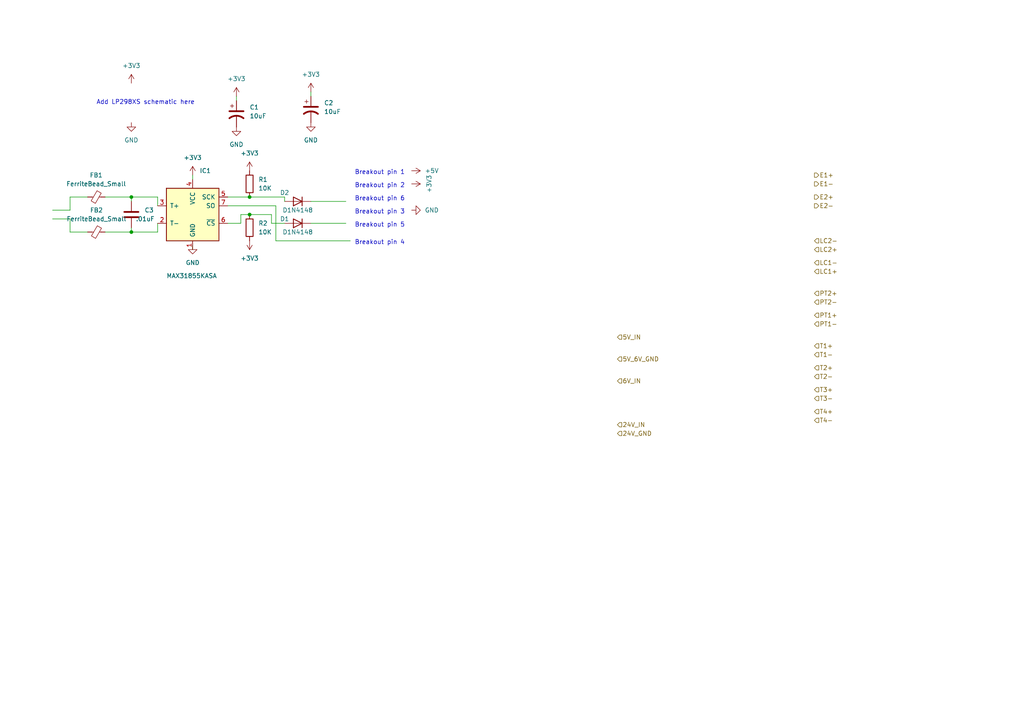
<source format=kicad_sch>
(kicad_sch (version 20211123) (generator eeschema)

  (uuid 5c907ee1-e15e-4496-aa6b-d033c9b49917)

  (paper "A4")

  (title_block
    (title "Data Acquisition Board Sensors Heirarchical Sheet")
    (date "2022-09-06")
    (rev "1.0")
  )

  (lib_symbols
    (symbol "Device:C" (pin_numbers hide) (pin_names (offset 0.254)) (in_bom yes) (on_board yes)
      (property "Reference" "C" (id 0) (at 0.635 2.54 0)
        (effects (font (size 1.27 1.27)) (justify left))
      )
      (property "Value" "C" (id 1) (at 0.635 -2.54 0)
        (effects (font (size 1.27 1.27)) (justify left))
      )
      (property "Footprint" "" (id 2) (at 0.9652 -3.81 0)
        (effects (font (size 1.27 1.27)) hide)
      )
      (property "Datasheet" "~" (id 3) (at 0 0 0)
        (effects (font (size 1.27 1.27)) hide)
      )
      (property "ki_keywords" "cap capacitor" (id 4) (at 0 0 0)
        (effects (font (size 1.27 1.27)) hide)
      )
      (property "ki_description" "Unpolarized capacitor" (id 5) (at 0 0 0)
        (effects (font (size 1.27 1.27)) hide)
      )
      (property "ki_fp_filters" "C_*" (id 6) (at 0 0 0)
        (effects (font (size 1.27 1.27)) hide)
      )
      (symbol "C_0_1"
        (polyline
          (pts
            (xy -2.032 -0.762)
            (xy 2.032 -0.762)
          )
          (stroke (width 0.508) (type default) (color 0 0 0 0))
          (fill (type none))
        )
        (polyline
          (pts
            (xy -2.032 0.762)
            (xy 2.032 0.762)
          )
          (stroke (width 0.508) (type default) (color 0 0 0 0))
          (fill (type none))
        )
      )
      (symbol "C_1_1"
        (pin passive line (at 0 3.81 270) (length 2.794)
          (name "~" (effects (font (size 1.27 1.27))))
          (number "1" (effects (font (size 1.27 1.27))))
        )
        (pin passive line (at 0 -3.81 90) (length 2.794)
          (name "~" (effects (font (size 1.27 1.27))))
          (number "2" (effects (font (size 1.27 1.27))))
        )
      )
    )
    (symbol "Device:C_Polarized_US" (pin_numbers hide) (pin_names (offset 0.254) hide) (in_bom yes) (on_board yes)
      (property "Reference" "C" (id 0) (at 0.635 2.54 0)
        (effects (font (size 1.27 1.27)) (justify left))
      )
      (property "Value" "C_Polarized_US" (id 1) (at 0.635 -2.54 0)
        (effects (font (size 1.27 1.27)) (justify left))
      )
      (property "Footprint" "" (id 2) (at 0 0 0)
        (effects (font (size 1.27 1.27)) hide)
      )
      (property "Datasheet" "~" (id 3) (at 0 0 0)
        (effects (font (size 1.27 1.27)) hide)
      )
      (property "ki_keywords" "cap capacitor" (id 4) (at 0 0 0)
        (effects (font (size 1.27 1.27)) hide)
      )
      (property "ki_description" "Polarized capacitor, US symbol" (id 5) (at 0 0 0)
        (effects (font (size 1.27 1.27)) hide)
      )
      (property "ki_fp_filters" "CP_*" (id 6) (at 0 0 0)
        (effects (font (size 1.27 1.27)) hide)
      )
      (symbol "C_Polarized_US_0_1"
        (polyline
          (pts
            (xy -2.032 0.762)
            (xy 2.032 0.762)
          )
          (stroke (width 0.508) (type default) (color 0 0 0 0))
          (fill (type none))
        )
        (polyline
          (pts
            (xy -1.778 2.286)
            (xy -0.762 2.286)
          )
          (stroke (width 0) (type default) (color 0 0 0 0))
          (fill (type none))
        )
        (polyline
          (pts
            (xy -1.27 1.778)
            (xy -1.27 2.794)
          )
          (stroke (width 0) (type default) (color 0 0 0 0))
          (fill (type none))
        )
        (arc (start 2.032 -1.27) (mid 0 -0.5572) (end -2.032 -1.27)
          (stroke (width 0.508) (type default) (color 0 0 0 0))
          (fill (type none))
        )
      )
      (symbol "C_Polarized_US_1_1"
        (pin passive line (at 0 3.81 270) (length 2.794)
          (name "~" (effects (font (size 1.27 1.27))))
          (number "1" (effects (font (size 1.27 1.27))))
        )
        (pin passive line (at 0 -3.81 90) (length 3.302)
          (name "~" (effects (font (size 1.27 1.27))))
          (number "2" (effects (font (size 1.27 1.27))))
        )
      )
    )
    (symbol "Device:D" (pin_numbers hide) (pin_names (offset 1.016) hide) (in_bom yes) (on_board yes)
      (property "Reference" "D" (id 0) (at 0 2.54 0)
        (effects (font (size 1.27 1.27)))
      )
      (property "Value" "D" (id 1) (at 0 -2.54 0)
        (effects (font (size 1.27 1.27)))
      )
      (property "Footprint" "" (id 2) (at 0 0 0)
        (effects (font (size 1.27 1.27)) hide)
      )
      (property "Datasheet" "~" (id 3) (at 0 0 0)
        (effects (font (size 1.27 1.27)) hide)
      )
      (property "ki_keywords" "diode" (id 4) (at 0 0 0)
        (effects (font (size 1.27 1.27)) hide)
      )
      (property "ki_description" "Diode" (id 5) (at 0 0 0)
        (effects (font (size 1.27 1.27)) hide)
      )
      (property "ki_fp_filters" "TO-???* *_Diode_* *SingleDiode* D_*" (id 6) (at 0 0 0)
        (effects (font (size 1.27 1.27)) hide)
      )
      (symbol "D_0_1"
        (polyline
          (pts
            (xy -1.27 1.27)
            (xy -1.27 -1.27)
          )
          (stroke (width 0.254) (type default) (color 0 0 0 0))
          (fill (type none))
        )
        (polyline
          (pts
            (xy 1.27 0)
            (xy -1.27 0)
          )
          (stroke (width 0) (type default) (color 0 0 0 0))
          (fill (type none))
        )
        (polyline
          (pts
            (xy 1.27 1.27)
            (xy 1.27 -1.27)
            (xy -1.27 0)
            (xy 1.27 1.27)
          )
          (stroke (width 0.254) (type default) (color 0 0 0 0))
          (fill (type none))
        )
      )
      (symbol "D_1_1"
        (pin passive line (at -3.81 0 0) (length 2.54)
          (name "K" (effects (font (size 1.27 1.27))))
          (number "1" (effects (font (size 1.27 1.27))))
        )
        (pin passive line (at 3.81 0 180) (length 2.54)
          (name "A" (effects (font (size 1.27 1.27))))
          (number "2" (effects (font (size 1.27 1.27))))
        )
      )
    )
    (symbol "Device:FerriteBead_Small" (pin_numbers hide) (pin_names (offset 0)) (in_bom yes) (on_board yes)
      (property "Reference" "FB" (id 0) (at 1.905 1.27 0)
        (effects (font (size 1.27 1.27)) (justify left))
      )
      (property "Value" "FerriteBead_Small" (id 1) (at 1.905 -1.27 0)
        (effects (font (size 1.27 1.27)) (justify left))
      )
      (property "Footprint" "" (id 2) (at -1.778 0 90)
        (effects (font (size 1.27 1.27)) hide)
      )
      (property "Datasheet" "~" (id 3) (at 0 0 0)
        (effects (font (size 1.27 1.27)) hide)
      )
      (property "ki_keywords" "L ferrite bead inductor filter" (id 4) (at 0 0 0)
        (effects (font (size 1.27 1.27)) hide)
      )
      (property "ki_description" "Ferrite bead, small symbol" (id 5) (at 0 0 0)
        (effects (font (size 1.27 1.27)) hide)
      )
      (property "ki_fp_filters" "Inductor_* L_* *Ferrite*" (id 6) (at 0 0 0)
        (effects (font (size 1.27 1.27)) hide)
      )
      (symbol "FerriteBead_Small_0_1"
        (polyline
          (pts
            (xy 0 -1.27)
            (xy 0 -0.7874)
          )
          (stroke (width 0) (type default) (color 0 0 0 0))
          (fill (type none))
        )
        (polyline
          (pts
            (xy 0 0.889)
            (xy 0 1.2954)
          )
          (stroke (width 0) (type default) (color 0 0 0 0))
          (fill (type none))
        )
        (polyline
          (pts
            (xy -1.8288 0.2794)
            (xy -1.1176 1.4986)
            (xy 1.8288 -0.2032)
            (xy 1.1176 -1.4224)
            (xy -1.8288 0.2794)
          )
          (stroke (width 0) (type default) (color 0 0 0 0))
          (fill (type none))
        )
      )
      (symbol "FerriteBead_Small_1_1"
        (pin passive line (at 0 2.54 270) (length 1.27)
          (name "~" (effects (font (size 1.27 1.27))))
          (number "1" (effects (font (size 1.27 1.27))))
        )
        (pin passive line (at 0 -2.54 90) (length 1.27)
          (name "~" (effects (font (size 1.27 1.27))))
          (number "2" (effects (font (size 1.27 1.27))))
        )
      )
    )
    (symbol "Device:R" (pin_numbers hide) (pin_names (offset 0)) (in_bom yes) (on_board yes)
      (property "Reference" "R" (id 0) (at 2.032 0 90)
        (effects (font (size 1.27 1.27)))
      )
      (property "Value" "R" (id 1) (at 0 0 90)
        (effects (font (size 1.27 1.27)))
      )
      (property "Footprint" "" (id 2) (at -1.778 0 90)
        (effects (font (size 1.27 1.27)) hide)
      )
      (property "Datasheet" "~" (id 3) (at 0 0 0)
        (effects (font (size 1.27 1.27)) hide)
      )
      (property "ki_keywords" "R res resistor" (id 4) (at 0 0 0)
        (effects (font (size 1.27 1.27)) hide)
      )
      (property "ki_description" "Resistor" (id 5) (at 0 0 0)
        (effects (font (size 1.27 1.27)) hide)
      )
      (property "ki_fp_filters" "R_*" (id 6) (at 0 0 0)
        (effects (font (size 1.27 1.27)) hide)
      )
      (symbol "R_0_1"
        (rectangle (start -1.016 -2.54) (end 1.016 2.54)
          (stroke (width 0.254) (type default) (color 0 0 0 0))
          (fill (type none))
        )
      )
      (symbol "R_1_1"
        (pin passive line (at 0 3.81 270) (length 1.27)
          (name "~" (effects (font (size 1.27 1.27))))
          (number "1" (effects (font (size 1.27 1.27))))
        )
        (pin passive line (at 0 -3.81 90) (length 1.27)
          (name "~" (effects (font (size 1.27 1.27))))
          (number "2" (effects (font (size 1.27 1.27))))
        )
      )
    )
    (symbol "Sensor_Temperature:MAX31855KASA" (pin_names (offset 1.016)) (in_bom yes) (on_board yes)
      (property "Reference" "U" (id 0) (at -7.62 8.89 0)
        (effects (font (size 1.27 1.27)) (justify left))
      )
      (property "Value" "MAX31855KASA" (id 1) (at 1.27 8.89 0)
        (effects (font (size 1.27 1.27)) (justify left))
      )
      (property "Footprint" "Package_SO:SOIC-8_3.9x4.9mm_P1.27mm" (id 2) (at 25.4 -8.89 0)
        (effects (font (size 1.27 1.27) italic) hide)
      )
      (property "Datasheet" "http://datasheets.maximintegrated.com/en/ds/MAX31855.pdf" (id 3) (at 0 0 0)
        (effects (font (size 1.27 1.27)) hide)
      )
      (property "ki_keywords" "Cold Junction Termocouple Interface SPI" (id 4) (at 0 0 0)
        (effects (font (size 1.27 1.27)) hide)
      )
      (property "ki_description" "Cold Junction K-type Termocouple Interface, SPI, SO8" (id 5) (at 0 0 0)
        (effects (font (size 1.27 1.27)) hide)
      )
      (property "ki_fp_filters" "SOIC*3.9x4.9mm*P1.27mm*" (id 6) (at 0 0 0)
        (effects (font (size 1.27 1.27)) hide)
      )
      (symbol "MAX31855KASA_0_1"
        (rectangle (start -7.62 7.62) (end 7.62 -7.62)
          (stroke (width 0.254) (type default) (color 0 0 0 0))
          (fill (type background))
        )
      )
      (symbol "MAX31855KASA_1_1"
        (pin power_in line (at 0 -10.16 90) (length 2.54)
          (name "GND" (effects (font (size 1.27 1.27))))
          (number "1" (effects (font (size 1.27 1.27))))
        )
        (pin passive line (at -10.16 -2.54 0) (length 2.54)
          (name "T-" (effects (font (size 1.27 1.27))))
          (number "2" (effects (font (size 1.27 1.27))))
        )
        (pin passive line (at -10.16 2.54 0) (length 2.54)
          (name "T+" (effects (font (size 1.27 1.27))))
          (number "3" (effects (font (size 1.27 1.27))))
        )
        (pin power_in line (at 0 10.16 270) (length 2.54)
          (name "VCC" (effects (font (size 1.27 1.27))))
          (number "4" (effects (font (size 1.27 1.27))))
        )
        (pin input line (at 10.16 5.08 180) (length 2.54)
          (name "SCK" (effects (font (size 1.27 1.27))))
          (number "5" (effects (font (size 1.27 1.27))))
        )
        (pin input line (at 10.16 -2.54 180) (length 2.54)
          (name "~{CS}" (effects (font (size 1.27 1.27))))
          (number "6" (effects (font (size 1.27 1.27))))
        )
        (pin tri_state line (at 10.16 2.54 180) (length 2.54)
          (name "SO" (effects (font (size 1.27 1.27))))
          (number "7" (effects (font (size 1.27 1.27))))
        )
      )
    )
    (symbol "power:+3V3" (power) (pin_names (offset 0)) (in_bom yes) (on_board yes)
      (property "Reference" "#PWR" (id 0) (at 0 -3.81 0)
        (effects (font (size 1.27 1.27)) hide)
      )
      (property "Value" "+3V3" (id 1) (at 0 3.556 0)
        (effects (font (size 1.27 1.27)))
      )
      (property "Footprint" "" (id 2) (at 0 0 0)
        (effects (font (size 1.27 1.27)) hide)
      )
      (property "Datasheet" "" (id 3) (at 0 0 0)
        (effects (font (size 1.27 1.27)) hide)
      )
      (property "ki_keywords" "power-flag" (id 4) (at 0 0 0)
        (effects (font (size 1.27 1.27)) hide)
      )
      (property "ki_description" "Power symbol creates a global label with name \"+3V3\"" (id 5) (at 0 0 0)
        (effects (font (size 1.27 1.27)) hide)
      )
      (symbol "+3V3_0_1"
        (polyline
          (pts
            (xy -0.762 1.27)
            (xy 0 2.54)
          )
          (stroke (width 0) (type default) (color 0 0 0 0))
          (fill (type none))
        )
        (polyline
          (pts
            (xy 0 0)
            (xy 0 2.54)
          )
          (stroke (width 0) (type default) (color 0 0 0 0))
          (fill (type none))
        )
        (polyline
          (pts
            (xy 0 2.54)
            (xy 0.762 1.27)
          )
          (stroke (width 0) (type default) (color 0 0 0 0))
          (fill (type none))
        )
      )
      (symbol "+3V3_1_1"
        (pin power_in line (at 0 0 90) (length 0) hide
          (name "+3V3" (effects (font (size 1.27 1.27))))
          (number "1" (effects (font (size 1.27 1.27))))
        )
      )
    )
    (symbol "power:+5V" (power) (pin_names (offset 0)) (in_bom yes) (on_board yes)
      (property "Reference" "#PWR" (id 0) (at 0 -3.81 0)
        (effects (font (size 1.27 1.27)) hide)
      )
      (property "Value" "+5V" (id 1) (at 0 3.556 0)
        (effects (font (size 1.27 1.27)))
      )
      (property "Footprint" "" (id 2) (at 0 0 0)
        (effects (font (size 1.27 1.27)) hide)
      )
      (property "Datasheet" "" (id 3) (at 0 0 0)
        (effects (font (size 1.27 1.27)) hide)
      )
      (property "ki_keywords" "power-flag" (id 4) (at 0 0 0)
        (effects (font (size 1.27 1.27)) hide)
      )
      (property "ki_description" "Power symbol creates a global label with name \"+5V\"" (id 5) (at 0 0 0)
        (effects (font (size 1.27 1.27)) hide)
      )
      (symbol "+5V_0_1"
        (polyline
          (pts
            (xy -0.762 1.27)
            (xy 0 2.54)
          )
          (stroke (width 0) (type default) (color 0 0 0 0))
          (fill (type none))
        )
        (polyline
          (pts
            (xy 0 0)
            (xy 0 2.54)
          )
          (stroke (width 0) (type default) (color 0 0 0 0))
          (fill (type none))
        )
        (polyline
          (pts
            (xy 0 2.54)
            (xy 0.762 1.27)
          )
          (stroke (width 0) (type default) (color 0 0 0 0))
          (fill (type none))
        )
      )
      (symbol "+5V_1_1"
        (pin power_in line (at 0 0 90) (length 0) hide
          (name "+5V" (effects (font (size 1.27 1.27))))
          (number "1" (effects (font (size 1.27 1.27))))
        )
      )
    )
    (symbol "power:GND" (power) (pin_names (offset 0)) (in_bom yes) (on_board yes)
      (property "Reference" "#PWR" (id 0) (at 0 -6.35 0)
        (effects (font (size 1.27 1.27)) hide)
      )
      (property "Value" "GND" (id 1) (at 0 -3.81 0)
        (effects (font (size 1.27 1.27)))
      )
      (property "Footprint" "" (id 2) (at 0 0 0)
        (effects (font (size 1.27 1.27)) hide)
      )
      (property "Datasheet" "" (id 3) (at 0 0 0)
        (effects (font (size 1.27 1.27)) hide)
      )
      (property "ki_keywords" "power-flag" (id 4) (at 0 0 0)
        (effects (font (size 1.27 1.27)) hide)
      )
      (property "ki_description" "Power symbol creates a global label with name \"GND\" , ground" (id 5) (at 0 0 0)
        (effects (font (size 1.27 1.27)) hide)
      )
      (symbol "GND_0_1"
        (polyline
          (pts
            (xy 0 0)
            (xy 0 -1.27)
            (xy 1.27 -1.27)
            (xy 0 -2.54)
            (xy -1.27 -1.27)
            (xy 0 -1.27)
          )
          (stroke (width 0) (type default) (color 0 0 0 0))
          (fill (type none))
        )
      )
      (symbol "GND_1_1"
        (pin power_in line (at 0 0 270) (length 0) hide
          (name "GND" (effects (font (size 1.27 1.27))))
          (number "1" (effects (font (size 1.27 1.27))))
        )
      )
    )
  )

  (junction (at 72.39 57.15) (diameter 0) (color 0 0 0 0)
    (uuid 15dc1202-edc9-4d59-877f-d935584fff05)
  )
  (junction (at 38.1 57.15) (diameter 0) (color 0 0 0 0)
    (uuid 2622e4de-dd98-4936-9181-864009146d11)
  )
  (junction (at 72.39 62.23) (diameter 0) (color 0 0 0 0)
    (uuid 68f8437b-70de-4393-9e22-875e9c2aeec9)
  )
  (junction (at 38.1 67.31) (diameter 0) (color 0 0 0 0)
    (uuid 9b4535e9-9b0f-461d-8f50-5bed0ffffbd7)
  )

  (wire (pts (xy 20.32 57.15) (xy 20.32 60.96))
    (stroke (width 0) (type default) (color 0 0 0 0))
    (uuid 05d1e3be-7ef2-4e9b-ba75-b7222c50a22b)
  )
  (wire (pts (xy 20.32 63.5) (xy 20.32 67.31))
    (stroke (width 0) (type default) (color 0 0 0 0))
    (uuid 06e45644-571a-4225-bbd6-c1ad6ecc0549)
  )
  (wire (pts (xy 20.32 67.31) (xy 25.4 67.31))
    (stroke (width 0) (type default) (color 0 0 0 0))
    (uuid 091de11c-f6fc-4bdf-985d-cfe1efc7a6b1)
  )
  (wire (pts (xy 80.01 59.69) (xy 80.01 69.85))
    (stroke (width 0) (type default) (color 0 0 0 0))
    (uuid 0d5b2595-4d2c-462c-944e-7042a324856d)
  )
  (wire (pts (xy 72.39 57.15) (xy 82.55 57.15))
    (stroke (width 0) (type default) (color 0 0 0 0))
    (uuid 0ee2ce67-ccac-4a68-9f1f-4d1950be6254)
  )
  (wire (pts (xy 66.04 64.77) (xy 69.85 64.77))
    (stroke (width 0) (type default) (color 0 0 0 0))
    (uuid 12daf53d-6bf4-467a-b05b-0fa865aa828a)
  )
  (wire (pts (xy 45.72 67.31) (xy 38.1 67.31))
    (stroke (width 0) (type default) (color 0 0 0 0))
    (uuid 14faaee9-7859-4f21-9b4e-39a4f40842d1)
  )
  (wire (pts (xy 15.24 63.5) (xy 20.32 63.5))
    (stroke (width 0) (type default) (color 0 0 0 0))
    (uuid 2605d379-8434-4cd2-ad70-0a87ea983855)
  )
  (wire (pts (xy 45.72 64.77) (xy 45.72 67.31))
    (stroke (width 0) (type default) (color 0 0 0 0))
    (uuid 29f290fe-b44f-4c3e-ad66-bdf85f1186ca)
  )
  (wire (pts (xy 90.17 26.67) (xy 90.17 27.94))
    (stroke (width 0) (type default) (color 0 0 0 0))
    (uuid 2d0f7be3-12c6-4477-bd2a-e187d2c48c2c)
  )
  (wire (pts (xy 38.1 67.31) (xy 38.1 66.04))
    (stroke (width 0) (type default) (color 0 0 0 0))
    (uuid 2e13fcdb-7632-47d2-a82b-c10a1a934c30)
  )
  (wire (pts (xy 55.88 52.07) (xy 55.88 50.8))
    (stroke (width 0) (type default) (color 0 0 0 0))
    (uuid 331eda46-71d8-446d-9f7d-e4965a3ba616)
  )
  (wire (pts (xy 69.85 62.23) (xy 72.39 62.23))
    (stroke (width 0) (type default) (color 0 0 0 0))
    (uuid 3685faa3-240a-40e8-9d8e-03cc5117edfa)
  )
  (wire (pts (xy 82.55 57.15) (xy 82.55 58.42))
    (stroke (width 0) (type default) (color 0 0 0 0))
    (uuid 42539158-f6c6-4fbb-86ea-b83eda50d929)
  )
  (wire (pts (xy 78.74 62.23) (xy 78.74 64.77))
    (stroke (width 0) (type default) (color 0 0 0 0))
    (uuid 65c8d8b8-ef3f-40c5-93cc-eb24202947f7)
  )
  (wire (pts (xy 90.17 58.42) (xy 100.33 58.42))
    (stroke (width 0) (type default) (color 0 0 0 0))
    (uuid 72f9a981-61b1-431e-aa9b-d8fd456f32d6)
  )
  (wire (pts (xy 25.4 57.15) (xy 20.32 57.15))
    (stroke (width 0) (type default) (color 0 0 0 0))
    (uuid 7412891d-4fb2-4edc-b14d-f3ca2281fe49)
  )
  (wire (pts (xy 38.1 58.42) (xy 38.1 57.15))
    (stroke (width 0) (type default) (color 0 0 0 0))
    (uuid 74986353-e709-423e-a98b-fdb4559ff34b)
  )
  (wire (pts (xy 72.39 62.23) (xy 78.74 62.23))
    (stroke (width 0) (type default) (color 0 0 0 0))
    (uuid 82e11ba4-78b7-4a8f-a0bf-6736ad5c8c31)
  )
  (wire (pts (xy 66.04 59.69) (xy 80.01 59.69))
    (stroke (width 0) (type default) (color 0 0 0 0))
    (uuid 8bd79f5e-a946-4559-b364-1a6aee150fc4)
  )
  (wire (pts (xy 30.48 57.15) (xy 38.1 57.15))
    (stroke (width 0) (type default) (color 0 0 0 0))
    (uuid 93576c43-b828-4d33-a903-f95fd6a0636b)
  )
  (wire (pts (xy 66.04 57.15) (xy 72.39 57.15))
    (stroke (width 0) (type default) (color 0 0 0 0))
    (uuid 9879b92e-70db-42fb-95b5-df55d98a92be)
  )
  (wire (pts (xy 68.58 27.94) (xy 68.58 29.21))
    (stroke (width 0) (type default) (color 0 0 0 0))
    (uuid a4b58f53-0508-4efa-a995-47ec4a166f20)
  )
  (wire (pts (xy 45.72 59.69) (xy 45.72 57.15))
    (stroke (width 0) (type default) (color 0 0 0 0))
    (uuid b47d9603-813b-4803-9c72-b2235fd9f472)
  )
  (wire (pts (xy 78.74 64.77) (xy 82.55 64.77))
    (stroke (width 0) (type default) (color 0 0 0 0))
    (uuid c0248d4e-bc5c-486a-93ab-10177212a6f7)
  )
  (wire (pts (xy 30.48 67.31) (xy 38.1 67.31))
    (stroke (width 0) (type default) (color 0 0 0 0))
    (uuid c9a04eb6-7b2d-475c-b485-c33869655798)
  )
  (wire (pts (xy 80.01 69.85) (xy 101.6 69.85))
    (stroke (width 0) (type default) (color 0 0 0 0))
    (uuid cfef6caf-e33c-4588-95ab-cd0766b1c471)
  )
  (wire (pts (xy 38.1 57.15) (xy 45.72 57.15))
    (stroke (width 0) (type default) (color 0 0 0 0))
    (uuid e46113fd-ff80-4a02-9253-71c0cceafd1e)
  )
  (wire (pts (xy 15.24 60.96) (xy 20.32 60.96))
    (stroke (width 0) (type default) (color 0 0 0 0))
    (uuid ed5672f4-b432-4c92-8215-a22f9c455d07)
  )
  (wire (pts (xy 69.85 64.77) (xy 69.85 62.23))
    (stroke (width 0) (type default) (color 0 0 0 0))
    (uuid f2e96bc5-8388-4d8f-ac74-9364275e1830)
  )
  (wire (pts (xy 55.88 72.39) (xy 55.88 71.12))
    (stroke (width 0) (type default) (color 0 0 0 0))
    (uuid f89abeef-3b2a-481b-8e90-b56d59b141eb)
  )
  (wire (pts (xy 90.17 64.77) (xy 100.33 64.77))
    (stroke (width 0) (type default) (color 0 0 0 0))
    (uuid ff96995a-4336-49d2-9126-38c6d468e5e7)
  )

  (text "Breakout pin 5" (at 102.87 66.04 0)
    (effects (font (size 1.27 1.27)) (justify left bottom))
    (uuid 0b6397c9-a180-47e5-bf19-9658975b72da)
  )
  (text "Breakout pin 3\n" (at 102.87 62.23 0)
    (effects (font (size 1.27 1.27)) (justify left bottom))
    (uuid 6f67e4c9-130c-45c0-9606-7502f5576466)
  )
  (text "Add LP298XS schematic here" (at 27.94 30.48 0)
    (effects (font (size 1.27 1.27)) (justify left bottom))
    (uuid 7cd135be-72f1-4143-8199-0d164cf817e7)
  )
  (text "Breakout pin 1" (at 102.87 50.8 0)
    (effects (font (size 1.27 1.27)) (justify left bottom))
    (uuid ae37db2b-d869-4dd9-9dfe-cf2aef74f305)
  )
  (text "Breakout pin 4" (at 102.87 71.12 0)
    (effects (font (size 1.27 1.27)) (justify left bottom))
    (uuid bd555fbd-f3fc-41c9-819e-8f4d6b1fb8f3)
  )
  (text "Breakout pin 2" (at 102.87 54.61 0)
    (effects (font (size 1.27 1.27)) (justify left bottom))
    (uuid c4ed89dc-882b-4eb0-b190-19089add29d5)
  )
  (text "Breakout pin 6\n" (at 102.87 58.42 0)
    (effects (font (size 1.27 1.27)) (justify left bottom))
    (uuid ffd025a4-d3b0-462a-bdfc-3c23181926e6)
  )

  (hierarchical_label "E2+" (shape output) (at 236.22 57.15 0)
    (effects (font (size 1.27 1.27)) (justify left))
    (uuid 0594604f-65c1-4057-8071-284712a8e399)
  )
  (hierarchical_label "PT2+" (shape input) (at 236.22 85.09 0)
    (effects (font (size 1.27 1.27)) (justify left))
    (uuid 0db2ff38-4f29-428f-8593-4ba3c17ce991)
  )
  (hierarchical_label "T4-" (shape input) (at 236.22 121.92 0)
    (effects (font (size 1.27 1.27)) (justify left))
    (uuid 11699282-d493-4172-b1c6-5edca5357b02)
  )
  (hierarchical_label "E2-" (shape output) (at 236.22 59.69 0)
    (effects (font (size 1.27 1.27)) (justify left))
    (uuid 1721bfdd-562c-4b31-ac60-5bda12c85aad)
  )
  (hierarchical_label "LC2+" (shape input) (at 236.22 72.39 0)
    (effects (font (size 1.27 1.27)) (justify left))
    (uuid 19b77635-fbcf-4267-852e-cb221379f948)
  )
  (hierarchical_label "LC1+" (shape input) (at 236.22 78.74 0)
    (effects (font (size 1.27 1.27)) (justify left))
    (uuid 2e02aa2f-8a43-4936-b674-85078ade8b73)
  )
  (hierarchical_label "E1-" (shape output) (at 236.22 53.34 0)
    (effects (font (size 1.27 1.27)) (justify left))
    (uuid 362dc676-ad06-4fad-8b0c-ac5ff507f41e)
  )
  (hierarchical_label "T2-" (shape input) (at 236.22 109.22 0)
    (effects (font (size 1.27 1.27)) (justify left))
    (uuid 37644fd4-8990-4456-963b-f6051d49a703)
  )
  (hierarchical_label "5V_IN" (shape input) (at 179.07 97.79 0)
    (effects (font (size 1.27 1.27)) (justify left))
    (uuid 53ec0794-77f7-4c4a-82fe-4b60a02b5597)
  )
  (hierarchical_label "T2+" (shape input) (at 236.22 106.68 0)
    (effects (font (size 1.27 1.27)) (justify left))
    (uuid 57a83b3f-8799-4514-a2d2-7aa64193790d)
  )
  (hierarchical_label "LC2-" (shape input) (at 236.22 69.85 0)
    (effects (font (size 1.27 1.27)) (justify left))
    (uuid 57c7d032-97e7-43ea-9045-ef6115c41396)
  )
  (hierarchical_label "24V_GND" (shape input) (at 179.07 125.73 0)
    (effects (font (size 1.27 1.27)) (justify left))
    (uuid 6b239742-8072-4d52-9643-7d89eb050769)
  )
  (hierarchical_label "T1-" (shape input) (at 236.22 102.87 0)
    (effects (font (size 1.27 1.27)) (justify left))
    (uuid 705338b2-78cc-4f4f-917b-7a531f6b8f3e)
  )
  (hierarchical_label "PT1-" (shape input) (at 236.22 93.98 0)
    (effects (font (size 1.27 1.27)) (justify left))
    (uuid 72c61078-782f-4539-941f-2aead1475ea3)
  )
  (hierarchical_label "E1+" (shape output) (at 236.22 50.8 0)
    (effects (font (size 1.27 1.27)) (justify left))
    (uuid 7abce7f2-14c2-418d-83a3-53fcb36e682a)
  )
  (hierarchical_label "T1+" (shape input) (at 236.22 100.33 0)
    (effects (font (size 1.27 1.27)) (justify left))
    (uuid 810a9384-73a0-4d83-81da-78f437d8c20d)
  )
  (hierarchical_label "T4+" (shape input) (at 236.22 119.38 0)
    (effects (font (size 1.27 1.27)) (justify left))
    (uuid 81dd373e-fd0d-4176-a2dc-e6c1aa8f9411)
  )
  (hierarchical_label "PT1+" (shape input) (at 236.22 91.44 0)
    (effects (font (size 1.27 1.27)) (justify left))
    (uuid 8aa7cc87-db3b-4d3c-b8d1-184e824bab0b)
  )
  (hierarchical_label "PT2-" (shape input) (at 236.22 87.63 0)
    (effects (font (size 1.27 1.27)) (justify left))
    (uuid 9b741c77-a95c-4f1b-9e0d-9c0bcfef176d)
  )
  (hierarchical_label "T3+" (shape input) (at 236.22 113.03 0)
    (effects (font (size 1.27 1.27)) (justify left))
    (uuid a5c118f8-697d-4a2b-9b53-0b72a9995cae)
  )
  (hierarchical_label "LC1-" (shape input) (at 236.22 76.2 0)
    (effects (font (size 1.27 1.27)) (justify left))
    (uuid aad09216-eedd-459d-9f34-595bc5a1cd5a)
  )
  (hierarchical_label "6V_IN" (shape input) (at 179.07 110.49 0)
    (effects (font (size 1.27 1.27)) (justify left))
    (uuid c0fe9c38-c758-415f-a7bd-f1da62e6a2b7)
  )
  (hierarchical_label "5V_6V_GND" (shape input) (at 179.07 104.14 0)
    (effects (font (size 1.27 1.27)) (justify left))
    (uuid ce64bee4-2c6b-45ac-9acf-8a2f388998e1)
  )
  (hierarchical_label "24V_IN" (shape input) (at 179.07 123.19 0)
    (effects (font (size 1.27 1.27)) (justify left))
    (uuid e0de908b-ada0-4da7-8ba2-488dce4f3a2c)
  )
  (hierarchical_label "T3-" (shape input) (at 236.22 115.57 0)
    (effects (font (size 1.27 1.27)) (justify left))
    (uuid f4d561b8-3c1e-4bd0-ac39-29466eda1196)
  )

  (symbol (lib_id "Device:FerriteBead_Small") (at 27.94 57.15 90) (unit 1)
    (in_bom yes) (on_board yes) (fields_autoplaced)
    (uuid 0c296846-2be2-4db9-ae10-565d693386cb)
    (property "Reference" "FB1" (id 0) (at 27.9019 50.8 90))
    (property "Value" "FerriteBead_Small" (id 1) (at 27.9019 53.34 90))
    (property "Footprint" "" (id 2) (at 27.94 58.928 90)
      (effects (font (size 1.27 1.27)) hide)
    )
    (property "Datasheet" "~" (id 3) (at 27.94 57.15 0)
      (effects (font (size 1.27 1.27)) hide)
    )
    (pin "1" (uuid d9be12dd-5679-4450-a4a1-c77ef508ceb0))
    (pin "2" (uuid 4d71f321-a6c6-4161-96e9-7fdd672735c2))
  )

  (symbol (lib_id "Device:D") (at 86.36 64.77 180) (unit 1)
    (in_bom yes) (on_board yes)
    (uuid 0e7ebff7-bce5-40c3-b0ee-d9227b281fcb)
    (property "Reference" "D1" (id 0) (at 82.55 63.5 0))
    (property "Value" "D1N4148" (id 1) (at 86.36 67.31 0))
    (property "Footprint" "" (id 2) (at 86.36 64.77 0)
      (effects (font (size 1.27 1.27)) hide)
    )
    (property "Datasheet" "~" (id 3) (at 86.36 64.77 0)
      (effects (font (size 1.27 1.27)) hide)
    )
    (pin "1" (uuid 37dda9d6-99e5-4e88-a475-8eafaf7a2442))
    (pin "2" (uuid 060bba88-59a2-4327-99b3-f85b6e6ba095))
  )

  (symbol (lib_id "power:GND") (at 68.58 36.83 0) (unit 1)
    (in_bom yes) (on_board yes) (fields_autoplaced)
    (uuid 1428cca3-9d68-4f64-862f-bef041b7f0ca)
    (property "Reference" "#PWR?" (id 0) (at 68.58 43.18 0)
      (effects (font (size 1.27 1.27)) hide)
    )
    (property "Value" "GND" (id 1) (at 68.58 41.91 0))
    (property "Footprint" "" (id 2) (at 68.58 36.83 0)
      (effects (font (size 1.27 1.27)) hide)
    )
    (property "Datasheet" "" (id 3) (at 68.58 36.83 0)
      (effects (font (size 1.27 1.27)) hide)
    )
    (pin "1" (uuid 8b1e0884-126a-4561-93ad-cb045d61e9fc))
  )

  (symbol (lib_id "power:+3V3") (at 119.38 53.34 270) (unit 1)
    (in_bom yes) (on_board yes)
    (uuid 3b79cff5-a070-421f-bc2e-778a293aa474)
    (property "Reference" "#PWR?" (id 0) (at 115.57 53.34 0)
      (effects (font (size 1.27 1.27)) hide)
    )
    (property "Value" "+3V3" (id 1) (at 124.46 53.34 0))
    (property "Footprint" "" (id 2) (at 119.38 53.34 0)
      (effects (font (size 1.27 1.27)) hide)
    )
    (property "Datasheet" "" (id 3) (at 119.38 53.34 0)
      (effects (font (size 1.27 1.27)) hide)
    )
    (pin "1" (uuid 8c03c2aa-e806-4ca4-95d8-3fb6bea1584c))
  )

  (symbol (lib_id "power:+3V3") (at 90.17 26.67 0) (unit 1)
    (in_bom yes) (on_board yes) (fields_autoplaced)
    (uuid 3d84cbbc-debd-4073-bf03-c36f8bb4c055)
    (property "Reference" "#PWR?" (id 0) (at 90.17 30.48 0)
      (effects (font (size 1.27 1.27)) hide)
    )
    (property "Value" "+3V3" (id 1) (at 90.17 21.59 0))
    (property "Footprint" "" (id 2) (at 90.17 26.67 0)
      (effects (font (size 1.27 1.27)) hide)
    )
    (property "Datasheet" "" (id 3) (at 90.17 26.67 0)
      (effects (font (size 1.27 1.27)) hide)
    )
    (pin "1" (uuid 67f509a9-5d6b-40db-9aaf-189c3458678f))
  )

  (symbol (lib_id "Device:C_Polarized_US") (at 68.58 33.02 0) (unit 1)
    (in_bom yes) (on_board yes) (fields_autoplaced)
    (uuid 3f7ebb9b-c6f3-4a36-9217-9625c11c6ae7)
    (property "Reference" "C1" (id 0) (at 72.39 31.1149 0)
      (effects (font (size 1.27 1.27)) (justify left))
    )
    (property "Value" "10uF" (id 1) (at 72.39 33.6549 0)
      (effects (font (size 1.27 1.27)) (justify left))
    )
    (property "Footprint" "" (id 2) (at 68.58 33.02 0)
      (effects (font (size 1.27 1.27)) hide)
    )
    (property "Datasheet" "~" (id 3) (at 68.58 33.02 0)
      (effects (font (size 1.27 1.27)) hide)
    )
    (pin "1" (uuid 891e71d6-9992-4dc5-acd9-734f54518d55))
    (pin "2" (uuid 9443f0e3-0078-4228-8fae-eed7a8462461))
  )

  (symbol (lib_id "power:+5V") (at 119.38 49.53 270) (unit 1)
    (in_bom yes) (on_board yes) (fields_autoplaced)
    (uuid 41abf8e7-daab-4208-a813-9a4c1a7cf859)
    (property "Reference" "#PWR?" (id 0) (at 115.57 49.53 0)
      (effects (font (size 1.27 1.27)) hide)
    )
    (property "Value" "+5V" (id 1) (at 123.19 49.5299 90)
      (effects (font (size 1.27 1.27)) (justify left))
    )
    (property "Footprint" "" (id 2) (at 119.38 49.53 0)
      (effects (font (size 1.27 1.27)) hide)
    )
    (property "Datasheet" "" (id 3) (at 119.38 49.53 0)
      (effects (font (size 1.27 1.27)) hide)
    )
    (pin "1" (uuid cdcb3c12-9edc-4edf-9024-f0effe6ded8b))
  )

  (symbol (lib_id "power:GND") (at 55.88 71.12 0) (unit 1)
    (in_bom yes) (on_board yes) (fields_autoplaced)
    (uuid 4a21ac05-adb9-4050-9eee-1e75b1931478)
    (property "Reference" "#PWR?" (id 0) (at 55.88 77.47 0)
      (effects (font (size 1.27 1.27)) hide)
    )
    (property "Value" "GND" (id 1) (at 55.88 76.2 0))
    (property "Footprint" "" (id 2) (at 55.88 71.12 0)
      (effects (font (size 1.27 1.27)) hide)
    )
    (property "Datasheet" "" (id 3) (at 55.88 71.12 0)
      (effects (font (size 1.27 1.27)) hide)
    )
    (pin "1" (uuid 242abd3e-38ab-458e-9f59-875060af32b3))
  )

  (symbol (lib_id "Sensor_Temperature:MAX31855KASA") (at 55.88 62.23 0) (unit 1)
    (in_bom yes) (on_board yes)
    (uuid 5058a5a7-8887-427e-9ac3-8710d442d28d)
    (property "Reference" "IC1" (id 0) (at 57.8994 49.53 0)
      (effects (font (size 1.27 1.27)) (justify left))
    )
    (property "Value" "MAX31855KASA" (id 1) (at 48.26 80.01 0)
      (effects (font (size 1.27 1.27)) (justify left))
    )
    (property "Footprint" "Package_SO:SOIC-8_3.9x4.9mm_P1.27mm" (id 2) (at 81.28 71.12 0)
      (effects (font (size 1.27 1.27) italic) hide)
    )
    (property "Datasheet" "http://datasheets.maximintegrated.com/en/ds/MAX31855.pdf" (id 3) (at 55.88 62.23 0)
      (effects (font (size 1.27 1.27)) hide)
    )
    (pin "1" (uuid f340b455-1a2f-485b-ba85-af683ea212ed))
    (pin "2" (uuid ca79d405-7380-423c-9c43-e5ede8bb17be))
    (pin "3" (uuid c8193a12-6ed6-4d94-9317-0d2f617d5b3d))
    (pin "4" (uuid b7c7dba7-9736-4739-93c8-9446b967d9cf))
    (pin "5" (uuid 6e6d2bc6-0cba-4f70-8ce9-1c3fe0af374e))
    (pin "6" (uuid d81ae421-13ab-4904-9445-e650b7e638e4))
    (pin "7" (uuid 22b1f9a8-102b-4d1e-806a-973f1b646202))
  )

  (symbol (lib_id "power:+3V3") (at 38.1 24.13 0) (unit 1)
    (in_bom yes) (on_board yes) (fields_autoplaced)
    (uuid 69e78915-b786-4cee-a8df-8a6fbf76e747)
    (property "Reference" "#PWR?" (id 0) (at 38.1 27.94 0)
      (effects (font (size 1.27 1.27)) hide)
    )
    (property "Value" "+3V3" (id 1) (at 38.1 19.05 0))
    (property "Footprint" "" (id 2) (at 38.1 24.13 0)
      (effects (font (size 1.27 1.27)) hide)
    )
    (property "Datasheet" "" (id 3) (at 38.1 24.13 0)
      (effects (font (size 1.27 1.27)) hide)
    )
    (pin "1" (uuid dfa4b6d0-afdd-4180-8d91-b33f13b55ebd))
  )

  (symbol (lib_id "power:+3V3") (at 72.39 49.53 0) (unit 1)
    (in_bom yes) (on_board yes) (fields_autoplaced)
    (uuid 6e1ff213-60c1-4752-b66a-584e7c8e568e)
    (property "Reference" "#PWR?" (id 0) (at 72.39 53.34 0)
      (effects (font (size 1.27 1.27)) hide)
    )
    (property "Value" "+3V3" (id 1) (at 72.39 44.45 0))
    (property "Footprint" "" (id 2) (at 72.39 49.53 0)
      (effects (font (size 1.27 1.27)) hide)
    )
    (property "Datasheet" "" (id 3) (at 72.39 49.53 0)
      (effects (font (size 1.27 1.27)) hide)
    )
    (pin "1" (uuid b9832c76-3e94-4e81-a908-ec4dd2447597))
  )

  (symbol (lib_id "Device:FerriteBead_Small") (at 27.94 67.31 270) (unit 1)
    (in_bom yes) (on_board yes) (fields_autoplaced)
    (uuid 6fc7e562-01f1-4efc-9660-03e2662c8213)
    (property "Reference" "FB2" (id 0) (at 27.9781 60.96 90))
    (property "Value" "FerriteBead_Small" (id 1) (at 27.9781 63.5 90))
    (property "Footprint" "" (id 2) (at 27.94 65.532 90)
      (effects (font (size 1.27 1.27)) hide)
    )
    (property "Datasheet" "~" (id 3) (at 27.94 67.31 0)
      (effects (font (size 1.27 1.27)) hide)
    )
    (pin "1" (uuid f755aedf-2895-49b0-acc1-f9b269ba33f0))
    (pin "2" (uuid 3f68fc0d-f43e-4def-a1af-23432fae68e3))
  )

  (symbol (lib_id "Device:R") (at 72.39 66.04 0) (unit 1)
    (in_bom yes) (on_board yes) (fields_autoplaced)
    (uuid 7c54b18e-8585-47bb-84ee-86f2c56807df)
    (property "Reference" "R2" (id 0) (at 74.93 64.7699 0)
      (effects (font (size 1.27 1.27)) (justify left))
    )
    (property "Value" "10K" (id 1) (at 74.93 67.3099 0)
      (effects (font (size 1.27 1.27)) (justify left))
    )
    (property "Footprint" "" (id 2) (at 70.612 66.04 90)
      (effects (font (size 1.27 1.27)) hide)
    )
    (property "Datasheet" "~" (id 3) (at 72.39 66.04 0)
      (effects (font (size 1.27 1.27)) hide)
    )
    (pin "1" (uuid b34d8d8b-e728-478b-bbb6-bac30b0e1d8a))
    (pin "2" (uuid d8395195-c739-4b98-b331-0861de1b8e23))
  )

  (symbol (lib_id "power:GND") (at 38.1 35.56 0) (unit 1)
    (in_bom yes) (on_board yes) (fields_autoplaced)
    (uuid 88e7474d-10f0-48b5-9f73-98445d9105c3)
    (property "Reference" "#PWR?" (id 0) (at 38.1 41.91 0)
      (effects (font (size 1.27 1.27)) hide)
    )
    (property "Value" "GND" (id 1) (at 38.1 40.64 0))
    (property "Footprint" "" (id 2) (at 38.1 35.56 0)
      (effects (font (size 1.27 1.27)) hide)
    )
    (property "Datasheet" "" (id 3) (at 38.1 35.56 0)
      (effects (font (size 1.27 1.27)) hide)
    )
    (pin "1" (uuid 4980f2bc-13b5-47b8-8f44-9fb100b1b211))
  )

  (symbol (lib_id "Device:C_Polarized_US") (at 90.17 31.75 0) (unit 1)
    (in_bom yes) (on_board yes) (fields_autoplaced)
    (uuid 937c686d-b49b-4b72-a32d-7bc42833a95a)
    (property "Reference" "C2" (id 0) (at 93.98 29.8449 0)
      (effects (font (size 1.27 1.27)) (justify left))
    )
    (property "Value" "10uF" (id 1) (at 93.98 32.3849 0)
      (effects (font (size 1.27 1.27)) (justify left))
    )
    (property "Footprint" "" (id 2) (at 90.17 31.75 0)
      (effects (font (size 1.27 1.27)) hide)
    )
    (property "Datasheet" "~" (id 3) (at 90.17 31.75 0)
      (effects (font (size 1.27 1.27)) hide)
    )
    (pin "1" (uuid 38191e57-ede3-42ce-8eef-78f585e2ea29))
    (pin "2" (uuid 1e51e36a-b334-4834-b41d-1039c4fddb59))
  )

  (symbol (lib_id "power:+3V3") (at 72.39 69.85 180) (unit 1)
    (in_bom yes) (on_board yes) (fields_autoplaced)
    (uuid a7f1474e-cea5-49c1-a123-2ff8a6dd5d3b)
    (property "Reference" "#PWR?" (id 0) (at 72.39 66.04 0)
      (effects (font (size 1.27 1.27)) hide)
    )
    (property "Value" "+3V3" (id 1) (at 72.39 74.93 0))
    (property "Footprint" "" (id 2) (at 72.39 69.85 0)
      (effects (font (size 1.27 1.27)) hide)
    )
    (property "Datasheet" "" (id 3) (at 72.39 69.85 0)
      (effects (font (size 1.27 1.27)) hide)
    )
    (pin "1" (uuid aaeed8fb-aeb7-4255-845b-2886e3808f93))
  )

  (symbol (lib_id "power:+3V3") (at 55.88 50.8 0) (unit 1)
    (in_bom yes) (on_board yes) (fields_autoplaced)
    (uuid aa9d33f6-0ee6-49cf-8926-34d178d485fd)
    (property "Reference" "#PWR?" (id 0) (at 55.88 54.61 0)
      (effects (font (size 1.27 1.27)) hide)
    )
    (property "Value" "+3V3" (id 1) (at 55.88 45.72 0))
    (property "Footprint" "" (id 2) (at 55.88 50.8 0)
      (effects (font (size 1.27 1.27)) hide)
    )
    (property "Datasheet" "" (id 3) (at 55.88 50.8 0)
      (effects (font (size 1.27 1.27)) hide)
    )
    (pin "1" (uuid e4bd323c-116f-4091-b433-342e45d9a1b0))
  )

  (symbol (lib_id "power:GND") (at 119.38 60.96 90) (unit 1)
    (in_bom yes) (on_board yes) (fields_autoplaced)
    (uuid c4897440-9194-423f-97bd-4c7acca98f45)
    (property "Reference" "#PWR?" (id 0) (at 125.73 60.96 0)
      (effects (font (size 1.27 1.27)) hide)
    )
    (property "Value" "GND" (id 1) (at 123.19 60.9599 90)
      (effects (font (size 1.27 1.27)) (justify right))
    )
    (property "Footprint" "" (id 2) (at 119.38 60.96 0)
      (effects (font (size 1.27 1.27)) hide)
    )
    (property "Datasheet" "" (id 3) (at 119.38 60.96 0)
      (effects (font (size 1.27 1.27)) hide)
    )
    (pin "1" (uuid 34af51f7-381f-4682-bbff-f809fad71bf2))
  )

  (symbol (lib_id "power:GND") (at 90.17 35.56 0) (unit 1)
    (in_bom yes) (on_board yes) (fields_autoplaced)
    (uuid c84e477c-ce6e-4f28-b41e-c6939ca638ac)
    (property "Reference" "#PWR?" (id 0) (at 90.17 41.91 0)
      (effects (font (size 1.27 1.27)) hide)
    )
    (property "Value" "GND" (id 1) (at 90.17 40.64 0))
    (property "Footprint" "" (id 2) (at 90.17 35.56 0)
      (effects (font (size 1.27 1.27)) hide)
    )
    (property "Datasheet" "" (id 3) (at 90.17 35.56 0)
      (effects (font (size 1.27 1.27)) hide)
    )
    (pin "1" (uuid 7163f8d9-232e-46ac-a90a-4119bcd7b812))
  )

  (symbol (lib_id "power:+3V3") (at 68.58 27.94 0) (unit 1)
    (in_bom yes) (on_board yes) (fields_autoplaced)
    (uuid ecfdcc0e-4c88-477b-972e-0e51905b5399)
    (property "Reference" "#PWR?" (id 0) (at 68.58 31.75 0)
      (effects (font (size 1.27 1.27)) hide)
    )
    (property "Value" "+3V3" (id 1) (at 68.58 22.86 0))
    (property "Footprint" "" (id 2) (at 68.58 27.94 0)
      (effects (font (size 1.27 1.27)) hide)
    )
    (property "Datasheet" "" (id 3) (at 68.58 27.94 0)
      (effects (font (size 1.27 1.27)) hide)
    )
    (pin "1" (uuid d894fb15-6e71-413c-9817-229485299097))
  )

  (symbol (lib_id "Device:C") (at 38.1 62.23 0) (unit 1)
    (in_bom yes) (on_board yes)
    (uuid ed504852-96db-4dcc-8d4c-04aebd407e36)
    (property "Reference" "C3" (id 0) (at 41.91 60.9599 0)
      (effects (font (size 1.27 1.27)) (justify left))
    )
    (property "Value" ".01uF" (id 1) (at 39.37 63.5 0)
      (effects (font (size 1.27 1.27)) (justify left))
    )
    (property "Footprint" "" (id 2) (at 39.0652 66.04 0)
      (effects (font (size 1.27 1.27)) hide)
    )
    (property "Datasheet" "~" (id 3) (at 38.1 62.23 0)
      (effects (font (size 1.27 1.27)) hide)
    )
    (pin "1" (uuid c674e48e-713d-46b4-a16f-e3135a372812))
    (pin "2" (uuid fe5d78c3-630b-4587-8342-d14a64df46d5))
  )

  (symbol (lib_id "Device:D") (at 86.36 58.42 180) (unit 1)
    (in_bom yes) (on_board yes)
    (uuid f17f050d-7705-48c6-8cc4-0737e36a8449)
    (property "Reference" "D2" (id 0) (at 82.55 55.88 0))
    (property "Value" "D1N4148" (id 1) (at 86.36 60.96 0))
    (property "Footprint" "" (id 2) (at 86.36 58.42 0)
      (effects (font (size 1.27 1.27)) hide)
    )
    (property "Datasheet" "~" (id 3) (at 86.36 58.42 0)
      (effects (font (size 1.27 1.27)) hide)
    )
    (pin "1" (uuid 86b3ab83-2265-4648-b1ad-88c3c44d39ee))
    (pin "2" (uuid 9f630a00-c68d-4b74-8596-efbee5d48990))
  )

  (symbol (lib_id "Device:R") (at 72.39 53.34 0) (unit 1)
    (in_bom yes) (on_board yes) (fields_autoplaced)
    (uuid fe0aeb17-0d25-4cf6-8b15-8f8606ff61ac)
    (property "Reference" "R1" (id 0) (at 74.93 52.0699 0)
      (effects (font (size 1.27 1.27)) (justify left))
    )
    (property "Value" "10K" (id 1) (at 74.93 54.6099 0)
      (effects (font (size 1.27 1.27)) (justify left))
    )
    (property "Footprint" "" (id 2) (at 70.612 53.34 90)
      (effects (font (size 1.27 1.27)) hide)
    )
    (property "Datasheet" "~" (id 3) (at 72.39 53.34 0)
      (effects (font (size 1.27 1.27)) hide)
    )
    (pin "1" (uuid da7ca7a7-3b36-4ebd-bfc8-e9f5672bd4bc))
    (pin "2" (uuid 5b790867-f683-4bee-bf53-3a673dcd1f86))
  )

  (sheet_instances
    (path "/" (page "1"))
  )

  (symbol_instances
    (path "/1428cca3-9d68-4f64-862f-bef041b7f0ca"
      (reference "#PWR?") (unit 1) (value "GND") (footprint "")
    )
    (path "/3b79cff5-a070-421f-bc2e-778a293aa474"
      (reference "#PWR?") (unit 1) (value "+3V3") (footprint "")
    )
    (path "/3d84cbbc-debd-4073-bf03-c36f8bb4c055"
      (reference "#PWR?") (unit 1) (value "+3V3") (footprint "")
    )
    (path "/41abf8e7-daab-4208-a813-9a4c1a7cf859"
      (reference "#PWR?") (unit 1) (value "+5V") (footprint "")
    )
    (path "/4a21ac05-adb9-4050-9eee-1e75b1931478"
      (reference "#PWR?") (unit 1) (value "GND") (footprint "")
    )
    (path "/69e78915-b786-4cee-a8df-8a6fbf76e747"
      (reference "#PWR?") (unit 1) (value "+3V3") (footprint "")
    )
    (path "/6e1ff213-60c1-4752-b66a-584e7c8e568e"
      (reference "#PWR?") (unit 1) (value "+3V3") (footprint "")
    )
    (path "/88e7474d-10f0-48b5-9f73-98445d9105c3"
      (reference "#PWR?") (unit 1) (value "GND") (footprint "")
    )
    (path "/a7f1474e-cea5-49c1-a123-2ff8a6dd5d3b"
      (reference "#PWR?") (unit 1) (value "+3V3") (footprint "")
    )
    (path "/aa9d33f6-0ee6-49cf-8926-34d178d485fd"
      (reference "#PWR?") (unit 1) (value "+3V3") (footprint "")
    )
    (path "/c4897440-9194-423f-97bd-4c7acca98f45"
      (reference "#PWR?") (unit 1) (value "GND") (footprint "")
    )
    (path "/c84e477c-ce6e-4f28-b41e-c6939ca638ac"
      (reference "#PWR?") (unit 1) (value "GND") (footprint "")
    )
    (path "/ecfdcc0e-4c88-477b-972e-0e51905b5399"
      (reference "#PWR?") (unit 1) (value "+3V3") (footprint "")
    )
    (path "/3f7ebb9b-c6f3-4a36-9217-9625c11c6ae7"
      (reference "C1") (unit 1) (value "10uF") (footprint "")
    )
    (path "/937c686d-b49b-4b72-a32d-7bc42833a95a"
      (reference "C2") (unit 1) (value "10uF") (footprint "")
    )
    (path "/ed504852-96db-4dcc-8d4c-04aebd407e36"
      (reference "C3") (unit 1) (value ".01uF") (footprint "")
    )
    (path "/0e7ebff7-bce5-40c3-b0ee-d9227b281fcb"
      (reference "D1") (unit 1) (value "D1N4148") (footprint "")
    )
    (path "/f17f050d-7705-48c6-8cc4-0737e36a8449"
      (reference "D2") (unit 1) (value "D1N4148") (footprint "")
    )
    (path "/0c296846-2be2-4db9-ae10-565d693386cb"
      (reference "FB1") (unit 1) (value "FerriteBead_Small") (footprint "")
    )
    (path "/6fc7e562-01f1-4efc-9660-03e2662c8213"
      (reference "FB2") (unit 1) (value "FerriteBead_Small") (footprint "")
    )
    (path "/5058a5a7-8887-427e-9ac3-8710d442d28d"
      (reference "IC1") (unit 1) (value "MAX31855KASA") (footprint "Package_SO:SOIC-8_3.9x4.9mm_P1.27mm")
    )
    (path "/fe0aeb17-0d25-4cf6-8b15-8f8606ff61ac"
      (reference "R1") (unit 1) (value "10K") (footprint "")
    )
    (path "/7c54b18e-8585-47bb-84ee-86f2c56807df"
      (reference "R2") (unit 1) (value "10K") (footprint "")
    )
  )
)

</source>
